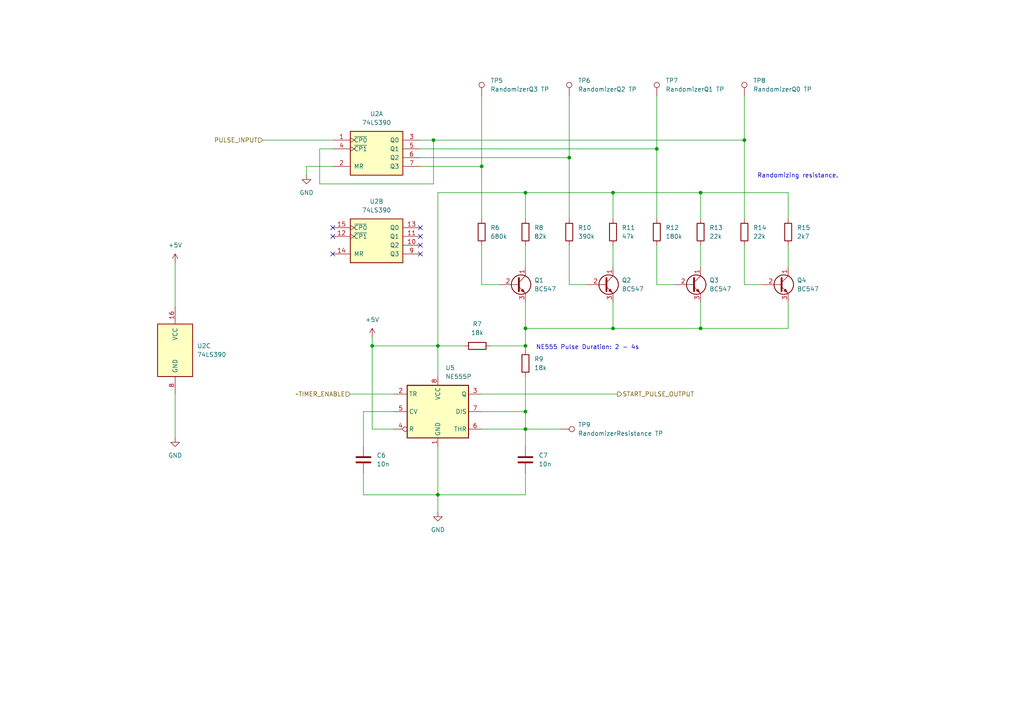
<source format=kicad_sch>
(kicad_sch (version 20231120) (generator "eeschema") (generator_version "8.0")
  (paper "A4")
  (lib_symbols
    (symbol "74xx:74LS390" (pin_names (offset 1.016))
      (property "Reference" "U" (at -7.62 8.89 0))
      (property "Value" "74LS390" (at -7.62 -8.89 0))
      (symbol "74LS390_1_0"
        (pin input clock (at -12.7 2.54 0) (length 5.08) (name "~{CP0}") (number "1"))
        (pin input line (at -12.7 -5.08 0) (length 5.08) (name "MR") (number "2"))
        (pin output line (at 12.7 2.54 180) (length 5.08) (name "Q0") (number "3"))
        (pin input clock (at -12.7 0 0) (length 5.08) (name "~{CP1}") (number "4"))
        (pin output line (at 12.7 0 180) (length 5.08) (name "Q1") (number "5"))
        (pin output line (at 12.7 -2.54 180) (length 5.08) (name "Q2") (number "6"))
        (pin output line (at 12.7 -5.08 180) (length 5.08) (name "Q3") (number "7"))
      )
      (symbol "74LS390_1_1"
        (rectangle (start -7.62 5.08) (end 7.62 -7.62) (stroke (width 0.254)) (fill (type background)))
      )
      (symbol "74LS390_2_0"
        (pin output line (at 12.7 -2.54 180) (length 5.08) (name "Q2") (number "10"))
        (pin output line (at 12.7 0 180) (length 5.08) (name "Q1") (number "11"))
        (pin input clock (at -12.7 0 0) (length 5.08) (name "~{CP1}") (number "12"))
        (pin output line (at 12.7 2.54 180) (length 5.08) (name "Q0") (number "13"))
        (pin input line (at -12.7 -5.08 0) (length 5.08) (name "MR") (number "14"))
        (pin input clock (at -12.7 2.54 0) (length 5.08) (name "~{CP0}") (number "15"))
        (pin output line (at 12.7 -5.08 180) (length 5.08) (name "Q3") (number "9"))
      )
      (symbol "74LS390_2_1"
        (rectangle (start -7.62 5.08) (end 7.62 -7.62) (stroke (width 0.254)) (fill (type background)))
      )
      (symbol "74LS390_3_0"
        (pin power_in line (at 0 12.7 270) (length 5.08) (name "VCC") (number "16"))
        (pin power_in line (at 0 -12.7 90) (length 5.08) (name "GND") (number "8"))
      )
      (symbol "74LS390_3_1"
        (rectangle (start -5.08 7.62) (end 5.08 -7.62) (stroke (width 0.254)) (fill (type background)))
      )
    )
    (symbol "Connector:TestPoint" (pin_numbers hide) (pin_names (offset 0.762) hide)
      (property "Reference" "TP" (at 0 6.858 0))
      (property "Value" "TestPoint" (at 0 5.08 0))
      (symbol "TestPoint_0_1"
        (circle (center 0 3.302) (radius 0.762))
      )
      (symbol "TestPoint_1_1"
        (pin passive line (at 0 0 90) (length 2.54) (name "1") (number "1"))
      )
    )
    (symbol "Device:C" (pin_numbers hide) (pin_names (offset 0.254))
      (property "Reference" "C" (at 0.635 2.54 0))
      (property "Value" "C" (at 0.635 -2.54 0))
      (symbol "C_0_1"
        (polyline (pts (xy -2.032 -0.762) (xy 2.032 -0.762)) (stroke (width 0.508)))
        (polyline (pts (xy -2.032 0.762) (xy 2.032 0.762)) (stroke (width 0.508)))
      )
      (symbol "C_1_1"
        (pin passive line (at 0 3.81 270) (length 2.794) (name "~") (number "1"))
        (pin passive line (at 0 -3.81 90) (length 2.794) (name "~") (number "2"))
      )
    )
    (symbol "Device:R" (pin_numbers hide) (pin_names (offset 0))
      (property "Reference" "R" (at 2.032 0 90))
      (property "Value" "R" (at 0 0 90))
      (symbol "R_0_1"
        (rectangle (start -1.016 -2.54) (end 1.016 2.54) (stroke (width 0.254)))
      )
      (symbol "R_1_1"
        (pin passive line (at 0 3.81 270) (length 1.27) (name "~") (number "1"))
        (pin passive line (at 0 -3.81 90) (length 1.27) (name "~") (number "2"))
      )
    )
    (symbol "Timer:NE555P"
      (property "Reference" "U" (at -10.16 8.89 0))
      (property "Value" "NE555P" (at 2.54 8.89 0))
      (symbol "NE555P_0_0"
        (pin power_in line (at 0 -10.16 90) (length 2.54) (name "GND") (number "1"))
        (pin power_in line (at 0 10.16 270) (length 2.54) (name "VCC") (number "8"))
      )
      (symbol "NE555P_0_1"
        (rectangle (start -8.89 -7.62) (end 8.89 7.62) (stroke (width 0.254)) (fill (type background)))
        (rectangle (start -8.89 -7.62) (end 8.89 7.62) (stroke (width 0.254)) (fill (type background)))
      )
      (symbol "NE555P_1_1"
        (pin input line (at -12.7 5.08 0) (length 3.81) (name "TR") (number "2"))
        (pin output line (at 12.7 5.08 180) (length 3.81) (name "Q") (number "3"))
        (pin input inverted (at -12.7 -5.08 0) (length 3.81) (name "R") (number "4"))
        (pin input line (at -12.7 0 0) (length 3.81) (name "CV") (number "5"))
        (pin input line (at 12.7 -5.08 180) (length 3.81) (name "THR") (number "6"))
        (pin input line (at 12.7 0 180) (length 3.81) (name "DIS") (number "7"))
      )
    )
    (symbol "Transistor_BJT:BC547" (pin_names (offset 0) hide)
      (property "Reference" "Q" (at 5.08 1.905 0))
      (property "Value" "BC547" (at 5.08 0 0))
      (symbol "BC547_0_1"
        (polyline (pts (xy 0 0) (xy 0.635 0)))
        (polyline (pts (xy 0.635 0.635) (xy 2.54 2.54)))
        (polyline (pts (xy 0.635 -0.635) (xy 2.54 -2.54) (xy 2.54 -2.54)))
        (polyline (pts (xy 0.635 1.905) (xy 0.635 -1.905) (xy 0.635 -1.905)) (stroke (width 0.508)))
        (polyline (pts (xy 1.27 -1.778) (xy 1.778 -1.27) (xy 2.286 -2.286) (xy 1.27 -1.778) (xy 1.27 -1.778)) (fill (type outline)))
        (circle (center 1.27 0) (radius 2.8194) (stroke (width 0.254)))
      )
      (symbol "BC547_1_1"
        (pin passive line (at 2.54 5.08 270) (length 2.54) (name "C") (number "1"))
        (pin input line (at -5.08 0 0) (length 5.08) (name "B") (number "2"))
        (pin passive line (at 2.54 -5.08 90) (length 2.54) (name "E") (number "3"))
      )
    )
    (symbol "power:+5V" (power) (pin_numbers hide) (pin_names (offset 0) hide)
      (property "Value" "+5V" (at 0 3.556 0))
      (symbol "+5V_0_1"
        (polyline (pts (xy -0.762 1.27) (xy 0 2.54)))
        (polyline (pts (xy 0 0) (xy 0 2.54)))
        (polyline (pts (xy 0 2.54) (xy 0.762 1.27)))
      )
      (symbol "+5V_1_1"
        (pin power_in line (at 0 0 90) (length 0) (name "~") (number "1"))
      )
    )
    (symbol "power:GND" (power) (pin_numbers hide) (pin_names (offset 0) hide)
      (property "Value" "GND" (at 0 -3.81 0))
      (symbol "GND_0_1"
        (polyline (pts (xy 0 0) (xy 0 -1.27) (xy 1.27 -1.27) (xy 0 -2.54) (xy -1.27 -1.27) (xy 0 -1.27)))
      )
      (symbol "GND_1_1"
        (pin power_in line (at 0 0 270) (length 0) (name "~") (number "1"))
      )
    )
  )
  (junction (at 152.4 124.46))
  (junction (at 203.2 95.25))
  (junction (at 139.7 48.26))
  (junction (at 107.95 100.33))
  (junction (at 177.8 55.88))
  (junction (at 152.4 100.33))
  (junction (at 125.73 40.64))
  (junction (at 177.8 95.25))
  (junction (at 127 143.51))
  (junction (at 152.4 55.88))
  (junction (at 190.5 43.18))
  (junction (at 152.4 119.38))
  (junction (at 215.9 40.64))
  (junction (at 203.2 55.88))
  (junction (at 152.4 95.25))
  (junction (at 165.1 45.72))
  (junction (at 127 100.33))
  (no_connect (at 96.52 66.04))
  (no_connect (at 96.52 68.58))
  (no_connect (at 121.92 71.12))
  (no_connect (at 121.92 68.58))
  (no_connect (at 96.52 73.66))
  (no_connect (at 121.92 66.04))
  (no_connect (at 121.92 73.66))
  (wire (pts (xy 177.8 71.12) (xy 177.8 77.47)))
  (wire (pts (xy 114.3 124.46) (xy 107.95 124.46)))
  (wire (pts (xy 203.2 63.5) (xy 203.2 55.88)))
  (wire (pts (xy 152.4 95.25) (xy 177.8 95.25)))
  (wire (pts (xy 152.4 71.12) (xy 152.4 77.47)))
  (wire (pts (xy 152.4 63.5) (xy 152.4 55.88)))
  (wire (pts (xy 88.9 48.26) (xy 96.52 48.26)))
  (wire (pts (xy 152.4 124.46) (xy 152.4 129.54)))
  (wire (pts (xy 127 100.33) (xy 127 109.22)))
  (wire (pts (xy 190.5 71.12) (xy 190.5 82.55)))
  (wire (pts (xy 134.62 100.33) (xy 127 100.33)))
  (wire (pts (xy 203.2 55.88) (xy 177.8 55.88)))
  (wire (pts (xy 139.7 119.38) (xy 152.4 119.38)))
  (wire (pts (xy 165.1 71.12) (xy 165.1 82.55)))
  (wire (pts (xy 177.8 95.25) (xy 177.8 87.63)))
  (wire (pts (xy 152.4 95.25) (xy 152.4 100.33)))
  (wire (pts (xy 105.41 129.54) (xy 105.41 119.38)))
  (wire (pts (xy 177.8 55.88) (xy 177.8 63.5)))
  (wire (pts (xy 121.92 45.72) (xy 165.1 45.72)))
  (wire (pts (xy 228.6 87.63) (xy 228.6 95.25)))
  (wire (pts (xy 228.6 95.25) (xy 203.2 95.25)))
  (wire (pts (xy 92.71 53.34) (xy 92.71 43.18)))
  (wire (pts (xy 139.7 82.55) (xy 144.78 82.55)))
  (wire (pts (xy 215.9 82.55) (xy 220.98 82.55)))
  (wire (pts (xy 165.1 27.94) (xy 165.1 45.72)))
  (wire (pts (xy 203.2 95.25) (xy 177.8 95.25)))
  (wire (pts (xy 127 143.51) (xy 127 148.59)))
  (wire (pts (xy 107.95 124.46) (xy 107.95 100.33)))
  (wire (pts (xy 105.41 119.38) (xy 114.3 119.38)))
  (wire (pts (xy 228.6 55.88) (xy 203.2 55.88)))
  (wire (pts (xy 101.6 114.3) (xy 114.3 114.3)))
  (wire (pts (xy 105.41 143.51) (xy 127 143.51)))
  (wire (pts (xy 215.9 63.5) (xy 215.9 40.64)))
  (wire (pts (xy 190.5 63.5) (xy 190.5 43.18)))
  (wire (pts (xy 125.73 40.64) (xy 125.73 53.34)))
  (wire (pts (xy 152.4 55.88) (xy 177.8 55.88)))
  (wire (pts (xy 139.7 71.12) (xy 139.7 82.55)))
  (wire (pts (xy 152.4 124.46) (xy 162.56 124.46)))
  (wire (pts (xy 152.4 119.38) (xy 152.4 109.22)))
  (wire (pts (xy 228.6 71.12) (xy 228.6 77.47)))
  (wire (pts (xy 139.7 27.94) (xy 139.7 48.26)))
  (wire (pts (xy 127 55.88) (xy 152.4 55.88)))
  (wire (pts (xy 190.5 27.94) (xy 190.5 43.18)))
  (wire (pts (xy 228.6 63.5) (xy 228.6 55.88)))
  (wire (pts (xy 50.8 114.3) (xy 50.8 127)))
  (wire (pts (xy 152.4 143.51) (xy 152.4 137.16)))
  (wire (pts (xy 125.73 53.34) (xy 92.71 53.34)))
  (wire (pts (xy 215.9 71.12) (xy 215.9 82.55)))
  (wire (pts (xy 50.8 76.2) (xy 50.8 88.9)))
  (wire (pts (xy 121.92 40.64) (xy 125.73 40.64)))
  (wire (pts (xy 127 100.33) (xy 127 55.88)))
  (wire (pts (xy 121.92 43.18) (xy 190.5 43.18)))
  (wire (pts (xy 152.4 124.46) (xy 152.4 119.38)))
  (wire (pts (xy 139.7 114.3) (xy 179.07 114.3)))
  (wire (pts (xy 152.4 101.6) (xy 152.4 100.33)))
  (wire (pts (xy 165.1 82.55) (xy 170.18 82.55)))
  (wire (pts (xy 92.71 43.18) (xy 96.52 43.18)))
  (wire (pts (xy 139.7 48.26) (xy 121.92 48.26)))
  (wire (pts (xy 190.5 82.55) (xy 195.58 82.55)))
  (wire (pts (xy 88.9 50.8) (xy 88.9 48.26)))
  (wire (pts (xy 142.24 100.33) (xy 152.4 100.33)))
  (wire (pts (xy 139.7 63.5) (xy 139.7 48.26)))
  (wire (pts (xy 203.2 71.12) (xy 203.2 77.47)))
  (wire (pts (xy 96.52 40.64) (xy 76.2 40.64)))
  (wire (pts (xy 107.95 100.33) (xy 127 100.33)))
  (wire (pts (xy 105.41 137.16) (xy 105.41 143.51)))
  (wire (pts (xy 165.1 45.72) (xy 165.1 63.5)))
  (wire (pts (xy 107.95 97.79) (xy 107.95 100.33)))
  (wire (pts (xy 127 129.54) (xy 127 143.51)))
  (wire (pts (xy 203.2 87.63) (xy 203.2 95.25)))
  (wire (pts (xy 215.9 40.64) (xy 125.73 40.64)))
  (wire (pts (xy 152.4 143.51) (xy 127 143.51)))
  (wire (pts (xy 152.4 87.63) (xy 152.4 95.25)))
  (wire (pts (xy 139.7 124.46) (xy 152.4 124.46)))
  (wire (pts (xy 215.9 27.94) (xy 215.9 40.64)))
  (text "Randomizing resistance." (at 231.394 51.054 0) (effects (font (size 1.27 1.27))))
  (text "NE555 Pulse Duration: 2 - 4s" (at 170.434 100.838 0) (effects (font (size 1.27 1.27))))
  (hierarchical_label "START_PULSE_OUTPUT" (shape output) (at 179.07 114.3 0))
  (hierarchical_label "~TIMER_ENABLE" (shape input) (at 101.6 114.3 180))
  (hierarchical_label "PULSE_INPUT" (shape input) (at 76.2 40.64 180))
  (symbol (lib_id "power:GND") (at 88.9 50.8 0) (unit 1)
    (property "Reference" "#PWR09" (effects (hide yes)))
    (property "Value" "GND" (at 88.9 55.88 0))
    (property "Description" "Power symbol creates a global label with name \"GND\" , ground" (effects (hide yes)))
  )
  (symbol (lib_id "Device:R") (at 215.9 67.31 0) (unit 1)
    (property "Reference" "R14" (at 218.44 66.0399 0) (effects (justify left)))
    (property "Value" "22k" (at 218.44 68.5799 0) (effects (justify left)))
    (property "Footprint" "Resistor_THT:R_Axial_DIN0207_L6.3mm_D2.5mm_P10.16mm_Horizontal" (effects (hide yes)))
    (property "Description" "Resistor" (effects (hide yes)))
  )
  (symbol (lib_id "Device:R") (at 177.8 67.31 0) (unit 1)
    (property "Reference" "R11" (at 180.34 66.0399 0) (effects (justify left)))
    (property "Value" "47k" (at 180.34 68.5799 0) (effects (justify left)))
    (property "Footprint" "Resistor_THT:R_Axial_DIN0207_L6.3mm_D2.5mm_P10.16mm_Horizontal" (effects (hide yes)))
    (property "Description" "Resistor" (effects (hide yes)))
  )
  (symbol (lib_id "Timer:NE555P") (at 127 119.38 0) (unit 1)
    (property "Reference" "U5" (at 129.1941 106.68 0) (effects (justify left)))
    (property "Value" "NE555P" (at 129.1941 109.22 0) (effects (justify left)))
    (property "Footprint" "Package_DIP:DIP-8_W7.62mm" (effects (hide yes)))
    (property "Datasheet" "http://www.ti.com/lit/ds/symlink/ne555.pdf" (effects (hide yes)))
    (property "Description" "Precision Timers, 555 compatible,  PDIP-8" (effects (hide yes)))
  )
  (symbol (lib_id "Connector:TestPoint") (at 215.9 27.94 0) (unit 1)
    (property "Reference" "TP8" (at 218.44 23.3679 0) (effects (justify left)))
    (property "Value" "RandomizerQ0 TP" (at 218.44 25.9079 0) (effects (justify left)))
    (property "Footprint" "Connector_PinHeader_2.54mm:PinHeader_1x01_P2.54mm_Vertical" (effects (hide yes)))
    (property "Description" "test point" (effects (hide yes)))
  )
  (symbol (lib_id "Device:R") (at 152.4 67.31 0) (unit 1)
    (property "Reference" "R8" (at 154.94 66.0399 0) (effects (justify left)))
    (property "Value" "82k" (at 154.94 68.5799 0) (effects (justify left)))
    (property "Footprint" "Resistor_THT:R_Axial_DIN0207_L6.3mm_D2.5mm_P10.16mm_Horizontal" (effects (hide yes)))
    (property "Description" "Resistor" (effects (hide yes)))
  )
  (symbol (lib_id "power:+5V") (at 50.8 76.2 0) (unit 1)
    (property "Reference" "#PWR016" (effects (hide yes)))
    (property "Value" "+5V" (at 50.8 71.12 0))
    (property "Description" "Power symbol creates a global label with name \"+5V\"" (effects (hide yes)))
  )
  (symbol (lib_id "power:GND") (at 127 148.59 0) (unit 1)
    (property "Reference" "#PWR013" (effects (hide yes)))
    (property "Value" "GND" (at 127 153.67 0))
    (property "Description" "Power symbol creates a global label with name \"GND\" , ground" (effects (hide yes)))
  )
  (symbol (lib_id "Transistor_BJT:BC547") (at 200.66 82.55 0) (unit 1)
    (property "Reference" "Q3" (at 205.74 81.2799 0) (effects (justify left)))
    (property "Value" "BC547" (at 205.74 83.8199 0) (effects (justify left)))
    (property "Footprint" "Package_TO_SOT_THT:TO-92" (effects (hide yes)))
    (property "Datasheet" "https://www.onsemi.com/pub/Collateral/BC550-D.pdf" (effects (hide yes)))
    (property "Description" "0.1A Ic, 45V Vce, Small Signal NPN Transistor, TO-92" (effects (hide yes)))
  )
  (symbol (lib_id "Device:R") (at 165.1 67.31 0) (unit 1)
    (property "Reference" "R10" (at 167.64 66.0399 0) (effects (justify left)))
    (property "Value" "390k" (at 167.64 68.5799 0) (effects (justify left)))
    (property "Footprint" "Resistor_THT:R_Axial_DIN0207_L6.3mm_D2.5mm_P10.16mm_Horizontal" (effects (hide yes)))
    (property "Description" "Resistor" (effects (hide yes)))
  )
  (symbol (lib_id "Connector:TestPoint") (at 139.7 27.94 0) (unit 1)
    (property "Reference" "TP5" (at 142.24 23.3679 0) (effects (justify left)))
    (property "Value" "RandomizerQ3 TP" (at 142.24 25.9079 0) (effects (justify left)))
    (property "Footprint" "Connector_PinHeader_2.54mm:PinHeader_1x01_P2.54mm_Vertical" (effects (hide yes)))
    (property "Description" "test point" (effects (hide yes)))
  )
  (symbol (lib_id "Device:R") (at 203.2 67.31 0) (unit 1)
    (property "Reference" "R13" (at 205.74 66.0399 0) (effects (justify left)))
    (property "Value" "22k" (at 205.74 68.5799 0) (effects (justify left)))
    (property "Footprint" "Resistor_THT:R_Axial_DIN0207_L6.3mm_D2.5mm_P10.16mm_Horizontal" (effects (hide yes)))
    (property "Description" "Resistor" (effects (hide yes)))
  )
  (symbol (lib_id "Connector:TestPoint") (at 190.5 27.94 0) (unit 1)
    (property "Reference" "TP7" (at 193.04 23.3679 0) (effects (justify left)))
    (property "Value" "RandomizerQ1 TP" (at 193.04 25.9079 0) (effects (justify left)))
    (property "Footprint" "Connector_PinHeader_2.54mm:PinHeader_1x01_P2.54mm_Vertical" (effects (hide yes)))
    (property "Description" "test point" (effects (hide yes)))
  )
  (symbol (lib_id "Device:R") (at 228.6 67.31 0) (unit 1)
    (property "Reference" "R15" (at 231.14 66.0399 0) (effects (justify left)))
    (property "Value" "2k7" (at 231.14 68.5799 0) (effects (justify left)))
    (property "Footprint" "Resistor_THT:R_Axial_DIN0207_L6.3mm_D2.5mm_P10.16mm_Horizontal" (effects (hide yes)))
    (property "Description" "Resistor" (effects (hide yes)))
  )
  (symbol (lib_id "Connector:TestPoint") (at 162.56 124.46 270) (unit 1)
    (property "Reference" "TP9" (at 167.64 123.1899 90) (effects (justify left)))
    (property "Value" "RandomizerResistance TP" (at 167.64 125.7299 90) (effects (justify left)))
    (property "Footprint" "Connector_PinHeader_2.54mm:PinHeader_1x01_P2.54mm_Vertical" (effects (hide yes)))
    (property "Description" "test point" (effects (hide yes)))
  )
  (symbol (lib_id "Device:C") (at 105.41 133.35 0) (unit 1)
    (property "Reference" "C6" (at 109.22 132.0799 0) (effects (justify left)))
    (property "Value" "10n" (at 109.22 134.6199 0) (effects (justify left)))
    (property "Footprint" "Capacitor_THT:C_Disc_D3.4mm_W2.1mm_P2.50mm" (effects (hide yes)))
    (property "Description" "Unpolarized capacitor" (effects (hide yes)))
  )
  (symbol (lib_id "Device:C") (at 152.4 133.35 0) (unit 1)
    (property "Reference" "C7" (at 156.21 132.0799 0) (effects (justify left)))
    (property "Value" "10n" (at 156.21 134.6199 0) (effects (justify left)))
    (property "Footprint" "Capacitor_THT:C_Disc_D3.4mm_W2.1mm_P2.50mm" (effects (hide yes)))
    (property "Description" "Unpolarized capacitor" (effects (hide yes)))
  )
  (symbol (lib_id "Device:R") (at 190.5 67.31 0) (unit 1)
    (property "Reference" "R12" (at 193.04 66.0399 0) (effects (justify left)))
    (property "Value" "180k" (at 193.04 68.5799 0) (effects (justify left)))
    (property "Footprint" "Resistor_THT:R_Axial_DIN0207_L6.3mm_D2.5mm_P10.16mm_Horizontal" (effects (hide yes)))
    (property "Description" "Resistor" (effects (hide yes)))
  )
  (symbol (lib_id "power:GND") (at 50.8 127 0) (unit 1)
    (property "Reference" "#PWR017" (effects (hide yes)))
    (property "Value" "GND" (at 50.8 132.08 0))
    (property "Description" "Power symbol creates a global label with name \"GND\" , ground" (effects (hide yes)))
  )
  (symbol (lib_id "Device:R") (at 152.4 105.41 180) (unit 1)
    (property "Reference" "R9" (at 154.94 104.1399 0) (effects (justify right)))
    (property "Value" "18k" (at 154.94 106.6799 0) (effects (justify right)))
    (property "Footprint" "Resistor_THT:R_Axial_DIN0207_L6.3mm_D2.5mm_P10.16mm_Horizontal" (effects (hide yes)))
    (property "Description" "Resistor" (effects (hide yes)))
  )
  (symbol (lib_id "Transistor_BJT:BC547") (at 226.06 82.55 0) (unit 1)
    (property "Reference" "Q4" (at 231.14 81.2799 0) (effects (justify left)))
    (property "Value" "BC547" (at 231.14 83.8199 0) (effects (justify left)))
    (property "Footprint" "Package_TO_SOT_THT:TO-92" (effects (hide yes)))
    (property "Datasheet" "https://www.onsemi.com/pub/Collateral/BC550-D.pdf" (effects (hide yes)))
    (property "Description" "0.1A Ic, 45V Vce, Small Signal NPN Transistor, TO-92" (effects (hide yes)))
  )
  (symbol (lib_id "74xx:74LS390") (at 50.8 101.6 0) (unit 3)
    (property "Reference" "U2" (at 57.15 100.3299 0) (effects (justify left)))
    (property "Value" "74LS390" (at 57.15 102.8699 0) (effects (justify left)))
    (property "Footprint" "Package_DIP:DIP-16_W7.62mm" (effects (hide yes)))
    (property "Datasheet" "http://www.ti.com/lit/gpn/sn74LS390" (effects (hide yes)))
    (property "Description" "Dual BCD 4-bit counter" (effects (hide yes)))
  )
  (symbol (lib_id "Device:R") (at 139.7 67.31 0) (unit 1)
    (property "Reference" "R6" (at 142.24 66.0399 0) (effects (justify left)))
    (property "Value" "680k" (at 142.24 68.5799 0) (effects (justify left)))
    (property "Footprint" "Resistor_THT:R_Axial_DIN0207_L6.3mm_D2.5mm_P10.16mm_Horizontal" (effects (hide yes)))
    (property "Description" "Resistor" (effects (hide yes)))
  )
  (symbol (lib_id "Connector:TestPoint") (at 165.1 27.94 0) (unit 1)
    (property "Reference" "TP6" (at 167.64 23.3679 0) (effects (justify left)))
    (property "Value" "RandomizerQ2 TP" (at 167.64 25.9079 0) (effects (justify left)))
    (property "Footprint" "Connector_PinHeader_2.54mm:PinHeader_1x01_P2.54mm_Vertical" (effects (hide yes)))
    (property "Description" "test point" (effects (hide yes)))
  )
  (symbol (lib_id "74xx:74LS390") (at 109.22 43.18 0) (unit 1)
    (property "Reference" "U2" (at 109.22 33.02 0))
    (property "Value" "74LS390" (at 109.22 35.56 0))
    (property "Footprint" "Package_DIP:DIP-16_W7.62mm" (effects (hide yes)))
    (property "Datasheet" "http://www.ti.com/lit/gpn/sn74LS390" (effects (hide yes)))
    (property "Description" "Dual BCD 4-bit counter" (effects (hide yes)))
  )
  (symbol (lib_id "74xx:74LS390") (at 109.22 68.58 0) (unit 2)
    (property "Reference" "U2" (at 109.22 58.42 0))
    (property "Value" "74LS390" (at 109.22 60.96 0))
    (property "Footprint" "Package_DIP:DIP-16_W7.62mm" (effects (hide yes)))
    (property "Datasheet" "http://www.ti.com/lit/gpn/sn74LS390" (effects (hide yes)))
    (property "Description" "Dual BCD 4-bit counter" (effects (hide yes)))
  )
  (symbol (lib_id "Device:R") (at 138.43 100.33 90) (unit 1)
    (property "Reference" "R7" (at 138.43 93.98 90))
    (property "Value" "18k" (at 138.43 96.52 90))
    (property "Footprint" "Resistor_THT:R_Axial_DIN0207_L6.3mm_D2.5mm_P10.16mm_Horizontal" (effects (hide yes)))
    (property "Description" "Resistor" (effects (hide yes)))
  )
  (symbol (lib_id "Transistor_BJT:BC547") (at 175.26 82.55 0) (unit 1)
    (property "Reference" "Q2" (at 180.34 81.2799 0) (effects (justify left)))
    (property "Value" "BC547" (at 180.34 83.8199 0) (effects (justify left)))
    (property "Footprint" "Package_TO_SOT_THT:TO-92" (effects (hide yes)))
    (property "Datasheet" "https://www.onsemi.com/pub/Collateral/BC550-D.pdf" (effects (hide yes)))
    (property "Description" "0.1A Ic, 45V Vce, Small Signal NPN Transistor, TO-92" (effects (hide yes)))
  )
  (symbol (lib_id "Transistor_BJT:BC547") (at 149.86 82.55 0) (unit 1)
    (property "Reference" "Q1" (at 154.94 81.2799 0) (effects (justify left)))
    (property "Value" "BC547" (at 154.94 83.8199 0) (effects (justify left)))
    (property "Footprint" "Package_TO_SOT_THT:TO-92" (effects (hide yes)))
    (property "Datasheet" "https://www.onsemi.com/pub/Collateral/BC550-D.pdf" (effects (hide yes)))
    (property "Description" "0.1A Ic, 45V Vce, Small Signal NPN Transistor, TO-92" (effects (hide yes)))
  )
  (symbol (lib_id "power:+5V") (at 107.95 97.79 0) (unit 1)
    (property "Reference" "#PWR010" (effects (hide yes)))
    (property "Value" "+5V" (at 107.95 92.71 0))
    (property "Description" "Power symbol creates a global label with name \"+5V\"" (effects (hide yes)))
  )
)
</source>
